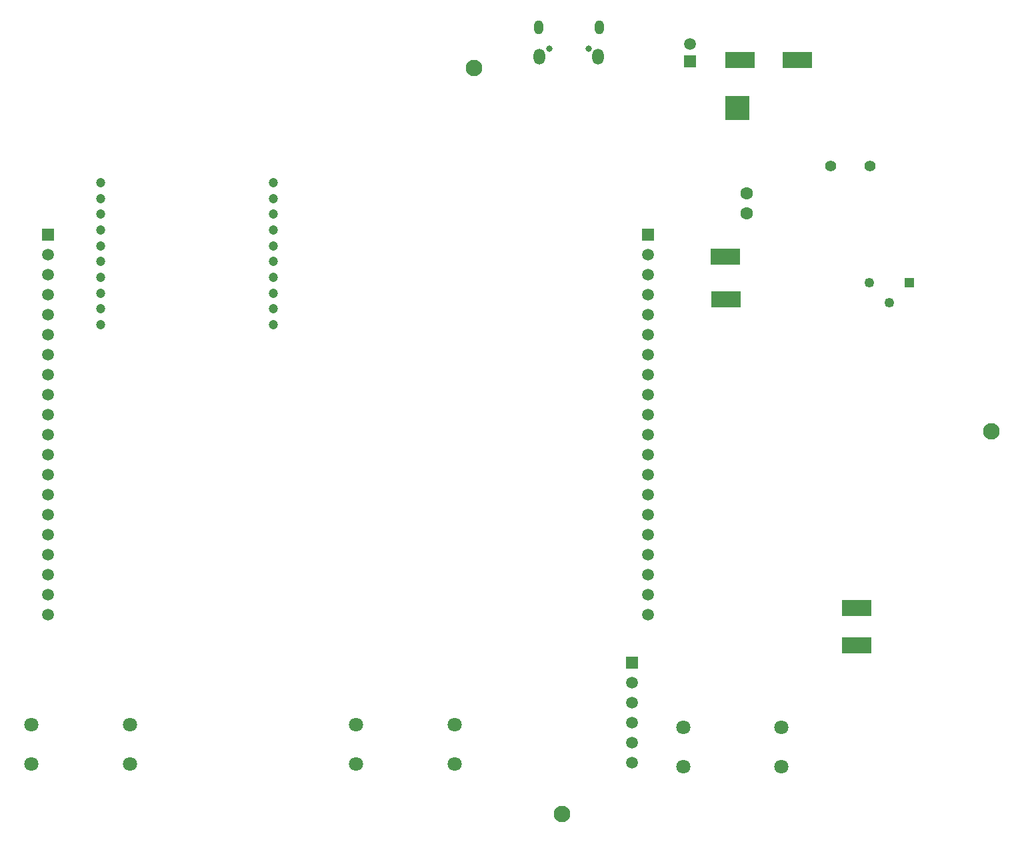
<source format=gbr>
%TF.GenerationSoftware,Altium Limited,Altium Designer,21.6.1 (37)*%
G04 Layer_Color=255*
%FSLAX43Y43*%
%MOMM*%
%TF.SameCoordinates,4DA2BED1-4599-47CA-9C3E-D857DBAA41EB*%
%TF.FilePolarity,Positive*%
%TF.FileFunction,Pads,Bot*%
%TF.Part,Single*%
G01*
G75*
%TA.AperFunction,SMDPad,CuDef*%
%ADD27R,3.100X3.100*%
%TA.AperFunction,ComponentPad*%
%ADD33C,2.100*%
%ADD34C,1.500*%
%ADD35C,1.200*%
%ADD36C,1.600*%
%ADD37C,1.800*%
%ADD38C,1.400*%
%ADD39R,1.500X1.500*%
%ADD40O,1.450X2.000*%
%ADD41O,1.150X1.800*%
%ADD42C,0.800*%
%ADD43R,1.250X1.250*%
%ADD44C,1.250*%
%TA.AperFunction,SMDPad,CuDef*%
%ADD48R,3.800X2.030*%
D27*
X125684Y94384D02*
D03*
D33*
X92200Y99469D02*
D03*
X157899Y53324D02*
D03*
X103400Y4750D02*
D03*
D34*
X114341Y42735D02*
D03*
X119600Y102540D02*
D03*
X114341Y50355D02*
D03*
X112250Y11248D02*
D03*
Y13788D02*
D03*
Y16328D02*
D03*
Y18868D02*
D03*
Y21408D02*
D03*
X38131Y75755D02*
D03*
Y73215D02*
D03*
Y70675D02*
D03*
Y68135D02*
D03*
Y65595D02*
D03*
Y63055D02*
D03*
Y60515D02*
D03*
Y57975D02*
D03*
Y55435D02*
D03*
Y52895D02*
D03*
Y50355D02*
D03*
Y47815D02*
D03*
Y45275D02*
D03*
Y42735D02*
D03*
Y40195D02*
D03*
Y37655D02*
D03*
Y35115D02*
D03*
Y32575D02*
D03*
Y30035D02*
D03*
X114341D02*
D03*
Y32575D02*
D03*
Y35115D02*
D03*
Y37655D02*
D03*
Y40195D02*
D03*
Y45275D02*
D03*
Y47815D02*
D03*
Y52895D02*
D03*
Y55435D02*
D03*
Y57975D02*
D03*
Y60515D02*
D03*
Y63055D02*
D03*
Y65595D02*
D03*
Y68135D02*
D03*
Y70675D02*
D03*
Y73215D02*
D03*
Y75755D02*
D03*
D35*
X66750Y82870D02*
D03*
Y84870D02*
D03*
Y66870D02*
D03*
Y76870D02*
D03*
X44750Y84870D02*
D03*
Y82870D02*
D03*
Y80870D02*
D03*
Y78870D02*
D03*
Y76870D02*
D03*
Y72870D02*
D03*
Y68870D02*
D03*
Y66870D02*
D03*
X66750Y78870D02*
D03*
Y74870D02*
D03*
Y72870D02*
D03*
Y70870D02*
D03*
Y68870D02*
D03*
Y80870D02*
D03*
X44750Y70870D02*
D03*
Y74870D02*
D03*
D36*
X126821Y80975D02*
D03*
Y83515D02*
D03*
D37*
X36001Y16035D02*
D03*
X77251D02*
D03*
X118751Y15750D02*
D03*
X89751Y11035D02*
D03*
Y16035D02*
D03*
X77251Y11035D02*
D03*
X131251Y10750D02*
D03*
Y15750D02*
D03*
X118751Y10750D02*
D03*
X48501Y16035D02*
D03*
X36001Y11035D02*
D03*
X48501D02*
D03*
D38*
X137500Y87000D02*
D03*
X142500D02*
D03*
D39*
X112250Y23948D02*
D03*
X38131Y78295D02*
D03*
X119600Y100260D02*
D03*
X114341Y78295D02*
D03*
D40*
X107975Y100850D02*
D03*
X100525D02*
D03*
D41*
X108125Y104650D02*
D03*
X100375D02*
D03*
D42*
X106750Y101900D02*
D03*
X101750D02*
D03*
D43*
X147488Y72184D02*
D03*
D44*
X142408D02*
D03*
X144948Y69644D02*
D03*
D48*
X140800Y30869D02*
D03*
X126021Y100500D02*
D03*
X140800Y26100D02*
D03*
X133250Y100500D02*
D03*
X124195Y70086D02*
D03*
X124134Y75500D02*
D03*
%TF.MD5,9f1075ec99794b0f2a99ec876c0c26b3*%
M02*

</source>
